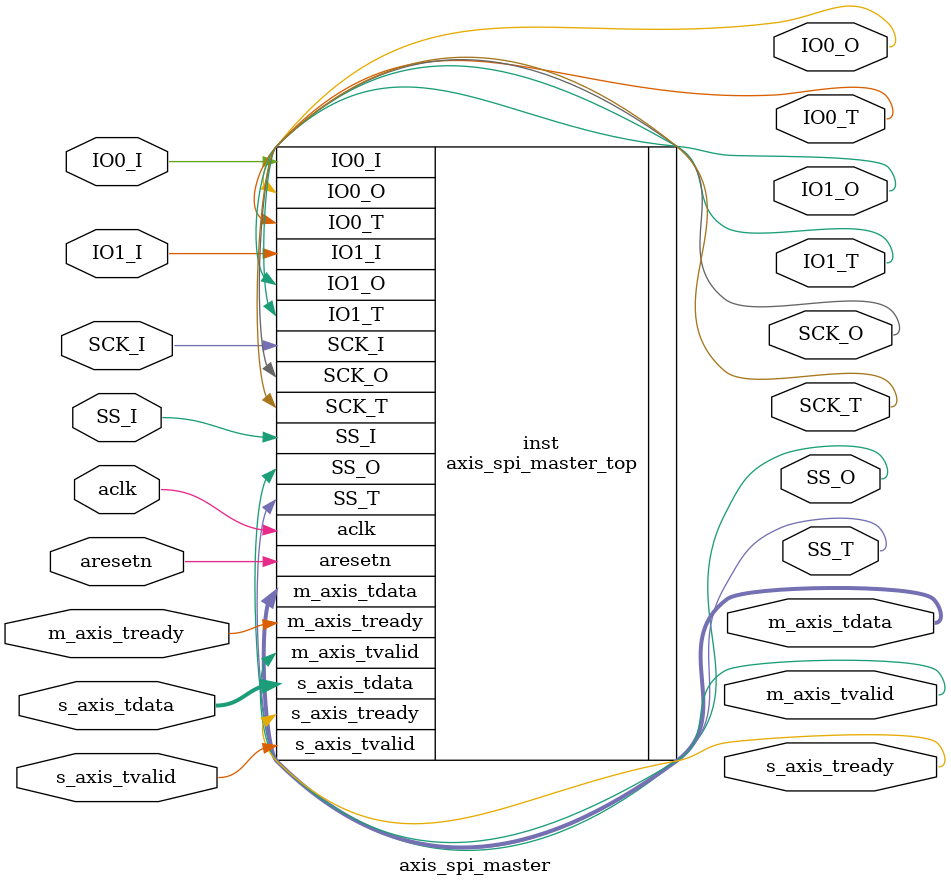
<source format=v>
/*
Copyright (c) 2019 Chengdu JinZhiLi Technology Co., Ltd.
All rights reserved.
*/

//=============================================================================
//
// Filename: spi_master.v
//
// Purpose: SPI master core with simple interface, this core was designed
//   to interface other cores easily.
//
// Note:
//   SPI Interface timing:
//
//                             ___     ___     ___     ___     ___
//      SCK   CPOL=0  ________/   \___/   \___/   \___/   \___/   \____________
//                    ________     ___     ___     ___     ___     ____________
//            CPOL=1          \___/   \___/   \___/   \___/   \___/
//
//                    ____                                             ________
//      SS                \___________________________________________/
//
//                         _______ _______ _______ _______ _______
//      MOSI/ CPHA=0  zzzzX___0___X___1___X__...__X___6___X___7___X---Xzzzzzzzz
//      MISO                   _______ _______ _______ _______ _______
//            CPHA=1  zzzz----X___0___X___1___X__...__X___6___X___7___Xzzzzzzzz
//
// Limitation:
//   This core is fixed CPOL = 0 and CPHA = 1. That means both master and salve
//   (this core) will drive MOSI/MISO at rising edge of SCK, and should sample
//   MISO/MOSI at falling edge.
//
//=============================================================================

`timescale 1 ns / 1 ps
`default_nettype none

module axis_spi_master #(
    parameter CLK_RATIO   = 8, // Number of clock ticks per one SCK period
    parameter PRE_PERIOD  = 4, // Number of clock ticks after SS goes low and first MISO/MOSI bit
    parameter POST_PERIOD = 4  // Number of clock ticks after last MISO/MISO bit and before SS goes high
) (
    // SPI
    //=====
    (* X_INTERFACE_INFO = "xilinx.com:interface:spi:1.0 SPI SS_I" *)
    input  wire       SS_I         ,
    (* X_INTERFACE_INFO = "xilinx.com:interface:spi:1.0 SPI SS_O" *)
    output wire       SS_O         ,
    (* X_INTERFACE_INFO = "xilinx.com:interface:spi:1.0 SPI SS_T" *)
    output wire       SS_T         ,
    (* X_INTERFACE_INFO = "xilinx.com:interface:spi:1.0 SPI SCK_I" *)
    input  wire       SCK_I        ,
    (* X_INTERFACE_INFO = "xilinx.com:interface:spi:1.0 SPI SCK_O" *)
    output wire       SCK_O        ,
    (* X_INTERFACE_INFO = "xilinx.com:interface:spi:1.0 SPI SCK_T" *)
    output wire       SCK_T        ,
    (* X_INTERFACE_INFO = "xilinx.com:interface:spi:1.0 SPI IO0_I" *)
    input  wire       IO0_I        ,
    (* X_INTERFACE_INFO = "xilinx.com:interface:spi:1.0 SPI IO0_O" *)
    output wire       IO0_O        , // MO
    (* X_INTERFACE_INFO = "xilinx.com:interface:spi:1.0 SPI IO0_T" *)
    output wire       IO0_T        ,
    (* X_INTERFACE_INFO = "xilinx.com:interface:spi:1.0 SPI IO1_I" *)
    input  wire       IO1_I        , // MI
    (* X_INTERFACE_INFO = "xilinx.com:interface:spi:1.0 SPI IO1_O" *)
    output wire       IO1_O        ,
    (* X_INTERFACE_INFO = "xilinx.com:interface:spi:1.0 SPI IO1_T" *)
    output wire       IO1_T        ,
    // Fabric
    //=======
    (* X_INTERFACE_INFO = "xilinx.com:signal:clock:1.0 aclk CLK" *)
    (* X_INTERFACE_PARAMETER = "ASSOCIATED_BUSIF S_AXIS:M_AXIS, ASSOCIATED_RESET aresetn, FREQ_HZ 100000000" *)
    input  wire       aclk         ,
    (* X_INTERFACE_INFO = "xilinx.com:signal:reset:1.0 aresetn RST" *)
    (* X_INTERFACE_PARAMETER = "POLARITY ACTIVE_HIGH" *)
    input  wire       aresetn      ,
    // Tx interface
    //--------------
    (* X_INTERFACE_INFO = "xilinx.com:interface:axis:1.0 S_AXIS TDATA" *)
    input  wire [7:0] s_axis_tdata ,
    (* X_INTERFACE_INFO = "xilinx.com:interface:axis:1.0 S_AXIS TVALID" *)
    input  wire       s_axis_tvalid,
    (* X_INTERFACE_INFO = "xilinx.com:interface:axis:1.0 S_AXIS TREADY" *)
    output wire       s_axis_tready,
    // Rx interface
    //--------------
    (* X_INTERFACE_INFO = "xilinx.com:interface:axis:1.0 M_AXIS TDATA" *)
    output wire [7:0] m_axis_tdata ,
    (* X_INTERFACE_INFO = "xilinx.com:interface:axis:1.0 M_AXIS TVALID" *)
    output wire       m_axis_tvalid,
    (* X_INTERFACE_INFO = "xilinx.com:interface:axis:1.0 M_AXIS TREADY" *)
    input  wire       m_axis_tready
);

    axis_spi_master_top #(
        .CLK_RATIO  (CLK_RATIO  ),
        .PRE_PERIOD (PRE_PERIOD ),
        .POST_PERIOD(POST_PERIOD)
    ) inst (
        .SS_I         (SS_I         ),
        .SS_O         (SS_O         ),
        .SS_T         (SS_T         ),
        .SCK_I        (SCK_I        ),
        .SCK_O        (SCK_O        ),
        .SCK_T        (SCK_T        ),
        .IO0_I        (IO0_I        ),
        .IO0_O        (IO0_O        ),
        .IO0_T        (IO0_T        ),
        .IO1_I        (IO1_I        ),
        .IO1_O        (IO1_O        ),
        .IO1_T        (IO1_T        ),
        //
        .aclk         (aclk         ),
        .aresetn      (aresetn      ),
        //
        .s_axis_tdata (s_axis_tdata ),
        .s_axis_tvalid(s_axis_tvalid),
        .s_axis_tready(s_axis_tready),
        //
        .m_axis_tdata (m_axis_tdata ),
        .m_axis_tvalid(m_axis_tvalid),
        .m_axis_tready(m_axis_tready)
    );

endmodule

`default_nettype wire

</source>
